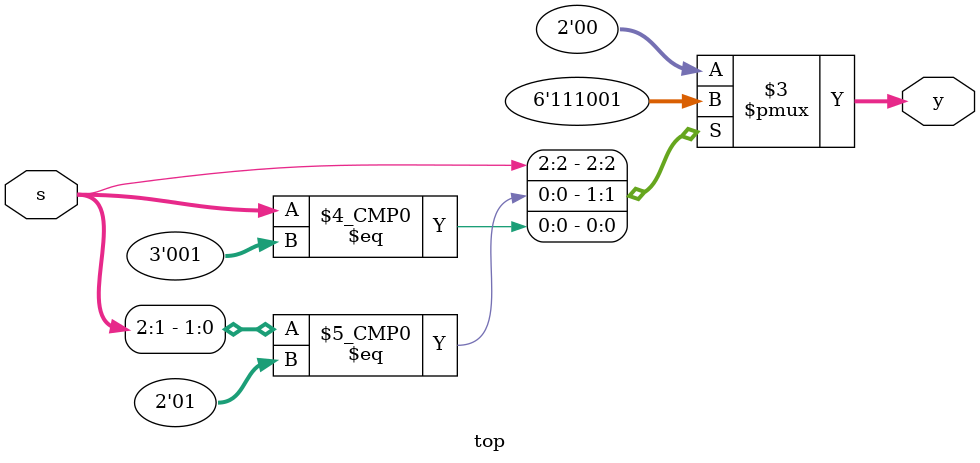
<source format=sv>
module top(input logic [2:0] s, output logic [1:0] y);
always_comb
 casez (s)
  3'b1?? : y = 2'b11;
  3'b01? : y = 2'b10;
  3'b001 : y = 2'b01;
  default : y= 2'b00;
 endcase
endmodule : top

</source>
